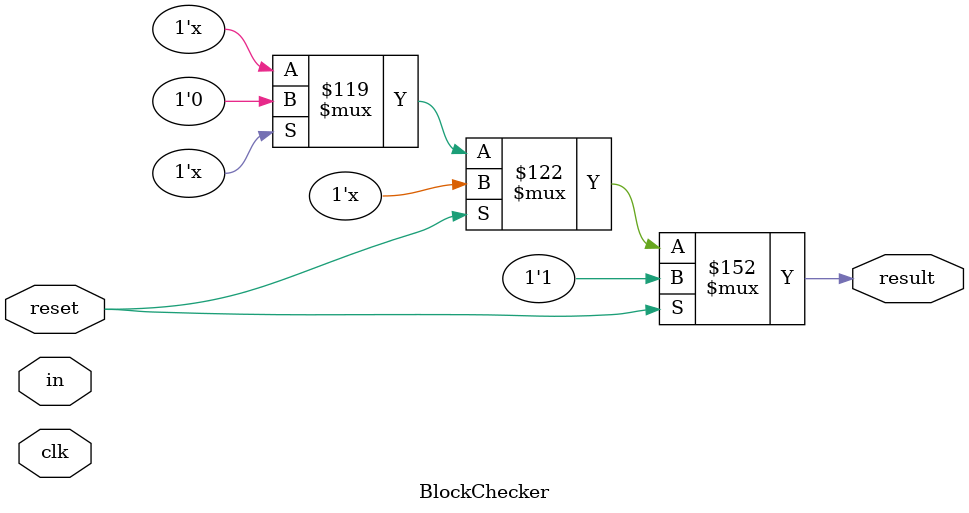
<source format=v>
`timescale 1ns / 1ps
`define s0  16'b0000000000000001 //空串或者新读到一个串
`define s1  16'b0000000000000010
`define s2  16'b0000000000000100
`define s3  16'b0000000000001000
`define s4  16'b0000000000010000
`define s5  16'b0000000000100000 //begin
`define s6  16'b0000000001000000 //begin + space
`define s7  16'b0000000010000000
`define s8  16'b0000000100000000
`define s9  16'b0000001000000000  //end
`define s10 16'b0000010000000000 //end + space
`define s11 16'b0000100000000000 // false
`define s12 16'b0001000000000000 // else
`define s13 16'b0010000000000000 // begin + else
`define s14 16'b0100000000000000 // end + else
module BlockChecker(
    input clk,
    input reset,
    input [7:0] in,
    output reg result
    );
    reg [15:0] state;
    reg [15:0] next_state;
    reg last_result;
    reg [15:0] begin_cnt = 0;
    reg overFlag = 1'b0;

    always @(posedge clk) begin
        state <= next_state;
    end

    always @(state, in) begin
        case(state)
            `s0:next_state = (in == "b" || in == "B") ? `s1 : (in == "e" || in == "E") ? `s7 : (in == " ") ? `s0 : `s12;
            `s1:next_state = (in == "e" || in == "E") ? `s2 : (in == " ") ? `s0 : `s12;
            `s2:next_state = (in == "g" || in == "G") ? `s3 : (in == " ") ? `s0 : `s12;
            `s3:next_state = (in == "i" || in == "I") ? `s4 : (in == " ") ? `s0 : `s12;
            `s4:next_state = (in == "n" || in == "N") ? `s5 : (in == " ") ? `s0 : `s12;
            `s5:next_state = (in == " ") ? `s6 :`s13;   
            `s6:next_state = (in == "b" || in == "B") ? `s1 : (in == "e" || in == "E") ? `s7 : (in == " ") ? `s6 : `s12;
            `s7:next_state = (in == "n" || in == "N") ? `s8 : (in == " ") ? `s0 : `s12;
            `s8:next_state = (in == "d" || in == "D") ? `s9 : (in == " ") ? `s0 : `s12;
            `s9:next_state = (in == " ") ? `s10 :`s14;
            `s10:next_state = (in == "b" || in == "B") ? `s1 : (in == "e" || in == "E") ? `s7 : (in == " ") ? `s10 : `s12;
            `s11:next_state = `s11; // seem to be useless
            `s12:next_state = (in == " ") ? `s0 : `s12;
            `s13:next_state = (in == " ") ? `s0 : `s12;
            `s14:next_state = (in == " ") ? `s0 : `s12;
            default: next_state = `s0;
        endcase
    end

    always @(reset,state,in) begin
        if(reset == 1'b1) begin
            state = `s0;
            result = 1'b1;
            begin_cnt = 16'b0;
            overFlag = 1'b0;
            last_result = 1'b1;
        end
        else if(overFlag == 1'b1) begin
            result = 1'b0;
        end
        else begin
            case(state)
                `s5: begin
                    last_result = (next_state == `s13) ? last_result : result;
                    result = 1'b0;
                end
                `s6: begin
                    result = 1'b0;
                    begin_cnt = (in == " ") ? begin_cnt : begin_cnt + 16'b1;
                end
                `s9:begin
                    last_result = (next_state == `s14) ? last_result : result;
                    result = (begin_cnt == 16'b1) ? 1'b1 : 1'b0;
                end
                `s10:begin
                    overFlag = (begin_cnt == 16'b0) ? 1'b1 : 1'b0;
                    begin_cnt = (in == " ") ? begin_cnt : (begin_cnt == 16'b0 || begin_cnt == 16'b1) ? 16'b0 : (begin_cnt - 16'b1); 
                    result = result;
                end
                `s11:begin
                    result = 1'b0;
                end
                `s13:begin
                    result = last_result;
                end
                `s14:begin
                    result = last_result;
                end
                default: result = result;
            endcase
        end
    end


endmodule

</source>
